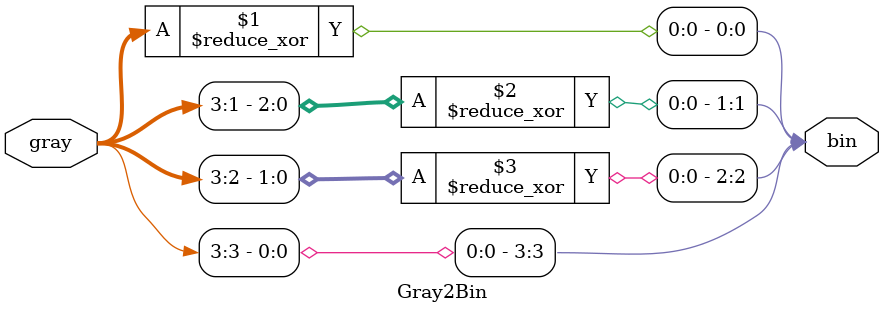
<source format=v>


`timescale 1ns / 1ps

module Gray2Bin
#(parameter SIZE = 4)
(
input [SIZE-1:0] gray,
output [SIZE-1:0] bin
); 
genvar gi;
// Use generate and endgenerate keywords 
generate
	for (gi=0; gi < SIZE; gi=gi+1)
 	 begin : genbit
		assign bin[gi] = ^gray[SIZE-1:gi]; 
	end
endgenerate
endmodule




</source>
